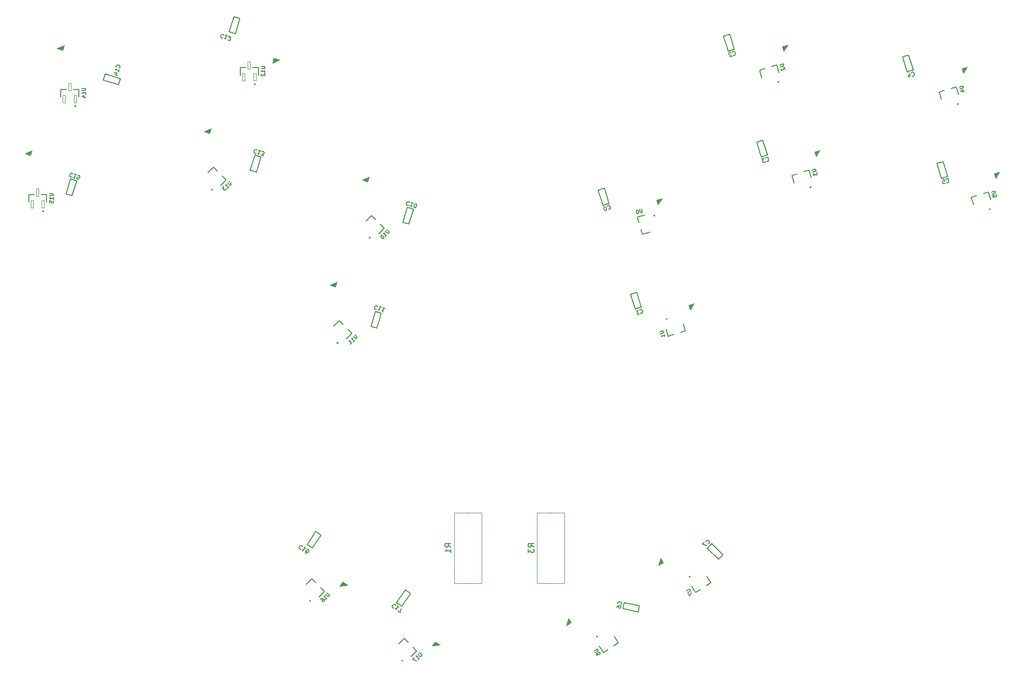
<source format=gbo>
G04 #@! TF.GenerationSoftware,KiCad,Pcbnew,(6.0.10)*
G04 #@! TF.CreationDate,2023-07-31T18:02:40+01:00*
G04 #@! TF.ProjectId,magnetonekeys,6d61676e-6574-46f6-9e65-6b6579732e6b,rev?*
G04 #@! TF.SameCoordinates,Original*
G04 #@! TF.FileFunction,Legend,Bot*
G04 #@! TF.FilePolarity,Positive*
%FSLAX46Y46*%
G04 Gerber Fmt 4.6, Leading zero omitted, Abs format (unit mm)*
G04 Created by KiCad (PCBNEW (6.0.10)) date 2023-07-31 18:02:40*
%MOMM*%
%LPD*%
G01*
G04 APERTURE LIST*
G04 Aperture macros list*
%AMRoundRect*
0 Rectangle with rounded corners*
0 $1 Rounding radius*
0 $2 $3 $4 $5 $6 $7 $8 $9 X,Y pos of 4 corners*
0 Add a 4 corners polygon primitive as box body*
4,1,4,$2,$3,$4,$5,$6,$7,$8,$9,$2,$3,0*
0 Add four circle primitives for the rounded corners*
1,1,$1+$1,$2,$3*
1,1,$1+$1,$4,$5*
1,1,$1+$1,$6,$7*
1,1,$1+$1,$8,$9*
0 Add four rect primitives between the rounded corners*
20,1,$1+$1,$2,$3,$4,$5,0*
20,1,$1+$1,$4,$5,$6,$7,0*
20,1,$1+$1,$6,$7,$8,$9,0*
20,1,$1+$1,$8,$9,$2,$3,0*%
%AMRotRect*
0 Rectangle, with rotation*
0 The origin of the aperture is its center*
0 $1 length*
0 $2 width*
0 $3 Rotation angle, in degrees counterclockwise*
0 Add horizontal line*
21,1,$1,$2,0,0,$3*%
G04 Aperture macros list end*
%ADD10C,0.150000*%
%ADD11C,0.120000*%
%ADD12C,0.200000*%
%ADD13C,0.127000*%
%ADD14C,1.750000*%
%ADD15RoundRect,0.225000X0.443559X0.556332X-0.688646X-0.178930X-0.443559X-0.556332X0.688646X0.178930X0*%
%ADD16R,1.700000X1.700000*%
%ADD17O,1.700000X1.700000*%
%ADD18C,2.200000*%
%ADD19RoundRect,0.225000X-0.579722X-0.412519X0.711289X-0.017818X0.579722X0.412519X-0.711289X0.017818X0*%
%ADD20C,0.500000*%
%ADD21RoundRect,0.225000X-0.688646X0.178930X0.443559X-0.556332X0.688646X-0.178930X-0.443559X0.556332X0*%
%ADD22RoundRect,0.225000X-0.711289X-0.017818X0.579722X-0.412519X0.711289X0.017818X-0.579722X0.412519X0*%
%ADD23RoundRect,0.225000X0.711289X0.017818X-0.579722X0.412519X-0.711289X-0.017818X0.579722X-0.412519X0*%
%ADD24RotRect,0.800000X0.750000X56.000000*%
%ADD25RotRect,0.800000X0.750000X253.000000*%
%ADD26RoundRect,0.039200X0.405935X-0.504145X0.054621X0.644951X-0.405935X0.504145X-0.054621X-0.644951X0*%
%ADD27RoundRect,0.039200X-0.405935X0.504145X-0.054621X-0.644951X0.405935X-0.504145X0.054621X0.644951X0*%
%ADD28RotRect,0.800000X0.750000X73.000000*%
%ADD29RotRect,0.800000X0.750000X343.000000*%
%ADD30RotRect,0.800000X0.750000X107.000000*%
%ADD31RotRect,0.800000X0.750000X316.000000*%
%ADD32RoundRect,0.039200X-0.254558X-0.595101X0.595101X0.254558X0.254558X0.595101X-0.595101X-0.254558X0*%
%ADD33RoundRect,0.039200X-0.529171X0.372724X0.125267X-0.635022X0.529171X-0.372724X-0.125267X0.635022X0*%
%ADD34C,2.400000*%
%ADD35O,2.400000X2.400000*%
%ADD36RoundRect,0.039200X0.240800X-0.600800X0.240800X0.600800X-0.240800X0.600800X-0.240800X-0.600800X0*%
%ADD37RoundRect,0.039200X0.504145X0.405935X-0.644951X0.054621X-0.504145X-0.405935X0.644951X-0.054621X0*%
%ADD38RotRect,0.800000X0.750000X348.000000*%
G04 APERTURE END LIST*
D10*
X117810106Y-126956728D02*
X117801111Y-126910454D01*
X117736847Y-126826900D01*
X117681578Y-126789621D01*
X117580034Y-126761336D01*
X117487486Y-126779325D01*
X117422571Y-126815955D01*
X117320378Y-126907853D01*
X117264459Y-126990757D01*
X117217534Y-127119935D01*
X117207889Y-127193844D01*
X117225879Y-127286393D01*
X117290143Y-127369947D01*
X117345412Y-127407226D01*
X117446955Y-127435511D01*
X117493230Y-127426516D01*
X118400077Y-127274254D02*
X118068462Y-127050577D01*
X118234270Y-127162416D02*
X117842835Y-127742742D01*
X117843485Y-127622559D01*
X117825495Y-127530010D01*
X117788866Y-127465096D01*
X118506065Y-128190096D02*
X118395526Y-128115537D01*
X118358897Y-128050623D01*
X118349902Y-128004349D01*
X118350552Y-127884166D01*
X118397477Y-127754988D01*
X118546595Y-127533911D01*
X118611509Y-127497281D01*
X118657783Y-127488287D01*
X118731692Y-127497932D01*
X118842230Y-127572491D01*
X118878860Y-127637405D01*
X118887855Y-127683679D01*
X118878210Y-127757588D01*
X118785011Y-127895761D01*
X118720097Y-127932390D01*
X118673822Y-127941385D01*
X118599914Y-127931740D01*
X118489375Y-127857181D01*
X118452746Y-127792267D01*
X118443751Y-127745993D01*
X118453396Y-127672084D01*
X78059171Y-62411686D02*
X78037040Y-62370063D01*
X77951155Y-62308949D01*
X77887402Y-62289458D01*
X77782026Y-62292098D01*
X77698780Y-62336360D01*
X77647412Y-62390368D01*
X77576552Y-62508129D01*
X77547315Y-62603760D01*
X77540209Y-62741013D01*
X77552595Y-62814512D01*
X77596857Y-62897757D01*
X77682742Y-62958871D01*
X77746495Y-62978363D01*
X77851871Y-62975723D01*
X77893494Y-62953592D01*
X78716199Y-62542847D02*
X78333677Y-62425898D01*
X78524938Y-62484373D02*
X78320278Y-63153786D01*
X78285762Y-63038664D01*
X78241499Y-62955419D01*
X78187491Y-62904051D01*
X79117199Y-63397429D02*
X78798430Y-63299972D01*
X78864011Y-62971458D01*
X78886142Y-63013080D01*
X78940150Y-63064449D01*
X79099534Y-63113177D01*
X79173033Y-63100792D01*
X79214656Y-63078661D01*
X79266024Y-63024653D01*
X79314753Y-62865269D01*
X79302367Y-62791769D01*
X79280236Y-62750147D01*
X79226228Y-62698778D01*
X79066844Y-62650050D01*
X78993345Y-62662435D01*
X78951722Y-62684566D01*
X231400640Y-47323684D02*
X231896097Y-47172208D01*
X231963297Y-47183532D01*
X232001352Y-47203766D01*
X232048317Y-47253145D01*
X232083958Y-47369723D01*
X232072635Y-47436922D01*
X232052401Y-47474977D01*
X232003022Y-47521942D01*
X231507565Y-47673419D01*
X231880874Y-48164792D02*
X232288897Y-48040047D01*
X231603166Y-48090352D02*
X231995782Y-47810974D01*
X232111617Y-48189853D01*
X179590271Y-89791199D02*
X180085728Y-89639723D01*
X180152928Y-89651047D01*
X180190983Y-89671281D01*
X180237948Y-89720660D01*
X180273589Y-89837238D01*
X180262266Y-89904437D01*
X180242032Y-89942492D01*
X180192653Y-89989457D01*
X179697196Y-90140934D01*
X180496349Y-90565851D02*
X180389424Y-90216117D01*
X180442887Y-90390984D02*
X179830852Y-90578102D01*
X179900464Y-90493081D01*
X179940933Y-90416972D01*
X179952256Y-90349772D01*
X104176130Y-38364982D02*
X104153999Y-38323359D01*
X104068114Y-38262245D01*
X104004361Y-38242754D01*
X103898985Y-38245394D01*
X103815739Y-38289656D01*
X103764371Y-38343664D01*
X103693511Y-38461425D01*
X103664274Y-38557056D01*
X103657168Y-38694309D01*
X103669554Y-38767808D01*
X103713816Y-38851053D01*
X103799701Y-38912167D01*
X103863454Y-38931659D01*
X103968830Y-38929019D01*
X104010453Y-38906888D01*
X104833158Y-38496143D02*
X104450636Y-38379194D01*
X104641897Y-38437669D02*
X104437237Y-39107082D01*
X104402721Y-38991960D01*
X104358458Y-38908715D01*
X104304450Y-38857347D01*
X104903004Y-39179768D02*
X104925135Y-39221391D01*
X104979143Y-39272759D01*
X105138527Y-39321488D01*
X105212027Y-39309102D01*
X105253649Y-39286971D01*
X105305017Y-39232963D01*
X105324509Y-39169210D01*
X105321869Y-39063834D01*
X105056296Y-38564363D01*
X105470695Y-38691057D01*
X200361111Y-43533135D02*
X200856568Y-43381659D01*
X200923768Y-43392983D01*
X200961823Y-43413217D01*
X201008788Y-43462596D01*
X201044429Y-43579174D01*
X201033106Y-43646373D01*
X201012872Y-43684428D01*
X200963493Y-43731393D01*
X200468036Y-43882870D01*
X200606518Y-44127350D02*
X200586284Y-44165405D01*
X200574960Y-44232604D01*
X200619512Y-44378327D01*
X200666478Y-44427705D01*
X200704533Y-44447939D01*
X200771732Y-44459263D01*
X200830021Y-44441443D01*
X200908544Y-44385567D01*
X201151354Y-43928908D01*
X201267189Y-44307787D01*
X205930792Y-61750741D02*
X206426249Y-61599265D01*
X206493449Y-61610589D01*
X206531504Y-61630823D01*
X206578469Y-61680202D01*
X206614110Y-61796780D01*
X206602787Y-61863979D01*
X206582553Y-61902034D01*
X206533174Y-61948999D01*
X206037717Y-62100476D01*
X206109000Y-62333632D02*
X206224835Y-62712511D01*
X206395618Y-62437216D01*
X206422350Y-62524650D01*
X206469315Y-62574028D01*
X206507370Y-62594262D01*
X206574569Y-62605586D01*
X206720292Y-62561034D01*
X206769670Y-62514069D01*
X206789905Y-62476014D01*
X206801228Y-62408815D01*
X206747766Y-62233948D01*
X206700801Y-62184569D01*
X206662746Y-62164335D01*
X86134018Y-44068380D02*
X86175641Y-44046249D01*
X86236755Y-43960364D01*
X86256246Y-43896611D01*
X86253606Y-43791235D01*
X86209344Y-43707989D01*
X86155336Y-43656621D01*
X86037575Y-43585761D01*
X85941944Y-43556524D01*
X85804691Y-43549418D01*
X85731192Y-43561804D01*
X85647947Y-43606066D01*
X85586833Y-43691951D01*
X85567341Y-43755704D01*
X85569981Y-43861080D01*
X85592112Y-43902703D01*
X86002857Y-44725408D02*
X86119806Y-44342886D01*
X86061331Y-44534147D02*
X85391918Y-44329487D01*
X85507040Y-44294971D01*
X85590285Y-44250708D01*
X85641653Y-44196700D01*
X85381159Y-45162751D02*
X85827434Y-45299191D01*
X85174873Y-44925401D02*
X85701754Y-44912203D01*
X85575059Y-45326602D01*
X170683850Y-68536672D02*
X170725473Y-68558803D01*
X170830849Y-68561442D01*
X170894603Y-68541951D01*
X170980487Y-68480837D01*
X171024750Y-68397592D01*
X171037135Y-68324092D01*
X171030029Y-68186839D01*
X171000792Y-68091209D01*
X170929932Y-67973447D01*
X170878564Y-67919439D01*
X170795319Y-67875177D01*
X170689943Y-67872538D01*
X170626189Y-67892029D01*
X170540304Y-67953143D01*
X170518173Y-67994766D01*
X170084283Y-68057706D02*
X170020529Y-68077198D01*
X169966521Y-68128566D01*
X169944390Y-68170189D01*
X169932005Y-68243688D01*
X169939111Y-68380941D01*
X169987839Y-68540325D01*
X170058699Y-68658087D01*
X170110067Y-68712095D01*
X170151690Y-68734226D01*
X170225189Y-68746611D01*
X170288943Y-68727120D01*
X170342951Y-68675751D01*
X170365082Y-68634129D01*
X170377467Y-68560630D01*
X170370361Y-68423376D01*
X170321633Y-68263992D01*
X170250773Y-68146231D01*
X170199405Y-68092223D01*
X170157782Y-68070092D01*
X170084283Y-68057706D01*
X187955354Y-126476127D02*
X188002487Y-126475304D01*
X188095931Y-126426526D01*
X188142242Y-126378570D01*
X188187729Y-126283480D01*
X188186084Y-126189214D01*
X188161283Y-126118925D01*
X188088527Y-126002326D01*
X188016593Y-125932860D01*
X187897525Y-125864217D01*
X187826414Y-125841885D01*
X187732148Y-125843530D01*
X187638704Y-125892309D01*
X187592393Y-125940265D01*
X187546905Y-126035354D01*
X187547728Y-126082487D01*
X187337685Y-126204023D02*
X187013511Y-126539715D01*
X187725447Y-126810174D01*
X223290673Y-45441381D02*
X223332296Y-45463512D01*
X223437672Y-45466151D01*
X223501426Y-45446660D01*
X223587310Y-45385546D01*
X223631573Y-45302301D01*
X223643958Y-45228801D01*
X223636852Y-45091548D01*
X223607615Y-44995918D01*
X223536755Y-44878156D01*
X223485387Y-44824148D01*
X223402142Y-44779886D01*
X223296766Y-44777247D01*
X223233012Y-44796738D01*
X223147127Y-44857852D01*
X223124996Y-44899475D01*
X222599942Y-45234282D02*
X222736382Y-45680557D01*
X222681360Y-44930539D02*
X222986930Y-45359962D01*
X222572531Y-45486657D01*
X136303617Y-67323931D02*
X136281486Y-67282308D01*
X136195601Y-67221194D01*
X136131848Y-67201703D01*
X136026472Y-67204343D01*
X135943226Y-67248605D01*
X135891858Y-67302613D01*
X135820998Y-67420374D01*
X135791761Y-67516005D01*
X135784655Y-67653258D01*
X135797041Y-67726757D01*
X135841303Y-67810002D01*
X135927188Y-67871116D01*
X135990941Y-67890608D01*
X136096317Y-67887968D01*
X136137940Y-67865837D01*
X136960645Y-67455092D02*
X136578123Y-67338143D01*
X136769384Y-67396618D02*
X136564724Y-68066031D01*
X136530208Y-67950909D01*
X136485945Y-67867664D01*
X136431937Y-67816296D01*
X137170384Y-68251200D02*
X137234137Y-68270691D01*
X137307637Y-68258306D01*
X137349259Y-68236175D01*
X137400628Y-68182167D01*
X137471487Y-68064405D01*
X137520216Y-67905021D01*
X137527322Y-67767768D01*
X137514937Y-67694269D01*
X137492806Y-67652646D01*
X137438798Y-67601278D01*
X137375044Y-67581786D01*
X137301545Y-67594172D01*
X137259922Y-67616303D01*
X137208554Y-67670311D01*
X137137694Y-67788072D01*
X137088965Y-67947456D01*
X137081859Y-68084709D01*
X137094245Y-68158209D01*
X137116376Y-68199831D01*
X137170384Y-68251200D01*
X132392631Y-72074103D02*
X132758980Y-72440452D01*
X132780530Y-72505102D01*
X132780530Y-72548202D01*
X132758980Y-72612851D01*
X132672780Y-72699051D01*
X132608131Y-72720601D01*
X132565031Y-72720601D01*
X132500381Y-72699051D01*
X132134032Y-72332703D01*
X132134032Y-73237799D02*
X132392631Y-72979200D01*
X132263332Y-73108500D02*
X131810783Y-72655951D01*
X131918533Y-72677501D01*
X132004733Y-72677501D01*
X132069383Y-72655951D01*
X131401335Y-73065400D02*
X131358235Y-73108500D01*
X131336685Y-73173149D01*
X131336685Y-73216249D01*
X131358235Y-73280899D01*
X131422885Y-73388649D01*
X131530635Y-73496398D01*
X131638384Y-73561048D01*
X131703034Y-73582598D01*
X131746134Y-73582598D01*
X131810783Y-73561048D01*
X131853883Y-73517948D01*
X131875433Y-73453298D01*
X131875433Y-73410199D01*
X131853883Y-73345549D01*
X131789234Y-73237799D01*
X131681484Y-73130050D01*
X131573734Y-73065400D01*
X131509085Y-73043850D01*
X131465985Y-73043850D01*
X131401335Y-73065400D01*
X168221799Y-145033783D02*
X168656310Y-144751608D01*
X168724028Y-144743970D01*
X168766186Y-144752931D01*
X168824942Y-144787452D01*
X168891336Y-144889690D01*
X168898974Y-144957407D01*
X168890013Y-144999565D01*
X168855493Y-145058322D01*
X168420981Y-145340497D01*
X168736353Y-145826127D02*
X168669959Y-145723889D01*
X168662322Y-145656171D01*
X168671283Y-145614013D01*
X168714764Y-145513099D01*
X168800403Y-145421145D01*
X169004879Y-145288357D01*
X169072597Y-145280719D01*
X169114755Y-145289680D01*
X169173511Y-145324201D01*
X169239905Y-145426439D01*
X169247543Y-145494156D01*
X169238582Y-145536314D01*
X169204062Y-145595071D01*
X169076264Y-145678063D01*
X169008547Y-145685701D01*
X168966389Y-145676740D01*
X168907632Y-145642220D01*
X168841238Y-145539982D01*
X168833600Y-145472264D01*
X168842561Y-145430106D01*
X168877082Y-145371350D01*
X143476130Y-127048344D02*
X142999940Y-126715011D01*
X143476130Y-126476915D02*
X142476130Y-126476915D01*
X142476130Y-126857868D01*
X142523750Y-126953106D01*
X142571369Y-127000725D01*
X142666607Y-127048344D01*
X142809464Y-127048344D01*
X142904702Y-127000725D01*
X142952321Y-126953106D01*
X142999940Y-126857868D01*
X142999940Y-126476915D01*
X143476130Y-128000725D02*
X143476130Y-127429296D01*
X143476130Y-127715011D02*
X142476130Y-127715011D01*
X142618988Y-127619772D01*
X142714226Y-127524534D01*
X142761845Y-127429296D01*
X198068248Y-60202290D02*
X198109871Y-60224421D01*
X198215247Y-60227060D01*
X198279001Y-60207569D01*
X198364885Y-60146455D01*
X198409148Y-60063210D01*
X198421533Y-59989710D01*
X198414427Y-59852457D01*
X198385190Y-59756827D01*
X198314330Y-59639065D01*
X198262962Y-59585057D01*
X198179717Y-59540795D01*
X198074341Y-59538156D01*
X198010587Y-59557647D01*
X197924702Y-59618761D01*
X197902571Y-59660384D01*
X197659942Y-59664850D02*
X197245543Y-59791544D01*
X197546647Y-59978339D01*
X197451016Y-60007576D01*
X197397008Y-60058944D01*
X197374877Y-60100567D01*
X197362492Y-60174066D01*
X197411220Y-60333450D01*
X197462589Y-60387458D01*
X197504211Y-60409590D01*
X197577711Y-60421975D01*
X197768972Y-60363501D01*
X197822979Y-60312132D01*
X197845111Y-60270510D01*
X176260946Y-86517978D02*
X176302569Y-86540109D01*
X176407945Y-86542748D01*
X176471699Y-86523257D01*
X176557583Y-86462143D01*
X176601846Y-86378898D01*
X176614231Y-86305398D01*
X176607125Y-86168145D01*
X176577888Y-86072515D01*
X176507028Y-85954753D01*
X176455660Y-85900745D01*
X176372415Y-85856483D01*
X176267039Y-85853844D01*
X176203285Y-85873335D01*
X176117400Y-85934449D01*
X176095269Y-85976072D01*
X175642901Y-86776646D02*
X176025423Y-86659697D01*
X175834162Y-86718171D02*
X175629502Y-86048758D01*
X175722493Y-86124897D01*
X175805738Y-86169159D01*
X175879237Y-86181545D01*
X130782992Y-85355181D02*
X130760861Y-85313558D01*
X130674976Y-85252444D01*
X130611223Y-85232953D01*
X130505847Y-85235593D01*
X130422601Y-85279855D01*
X130371233Y-85333863D01*
X130300373Y-85451624D01*
X130271136Y-85547255D01*
X130264030Y-85684508D01*
X130276416Y-85758007D01*
X130320678Y-85841252D01*
X130406563Y-85902366D01*
X130470316Y-85921858D01*
X130575692Y-85919218D01*
X130617315Y-85897087D01*
X131440020Y-85486342D02*
X131057498Y-85369393D01*
X131248759Y-85427868D02*
X131044099Y-86097281D01*
X131009583Y-85982159D01*
X130965320Y-85898914D01*
X130911312Y-85847546D01*
X132077557Y-85681256D02*
X131695035Y-85564308D01*
X131886296Y-85622782D02*
X131681636Y-86292195D01*
X131647119Y-86177073D01*
X131602857Y-86093828D01*
X131548849Y-86042460D01*
X109928676Y-58292414D02*
X109906545Y-58250791D01*
X109820660Y-58189677D01*
X109756907Y-58170186D01*
X109651531Y-58172826D01*
X109568285Y-58217088D01*
X109516917Y-58271096D01*
X109446057Y-58388857D01*
X109416820Y-58484488D01*
X109409714Y-58621741D01*
X109422100Y-58695240D01*
X109466362Y-58778485D01*
X109552247Y-58839599D01*
X109616000Y-58859091D01*
X109721376Y-58856451D01*
X109762999Y-58834320D01*
X110585704Y-58423575D02*
X110203182Y-58306626D01*
X110394443Y-58365101D02*
X110189783Y-59034514D01*
X110155267Y-58919392D01*
X110111004Y-58836147D01*
X110056996Y-58784779D01*
X110604182Y-59161208D02*
X111018581Y-59287903D01*
X110873409Y-58964668D01*
X110969039Y-58993905D01*
X111042538Y-58981520D01*
X111084161Y-58959389D01*
X111135529Y-58905381D01*
X111184258Y-58745997D01*
X111171872Y-58672497D01*
X111149741Y-58630875D01*
X111095733Y-58579506D01*
X110904472Y-58521032D01*
X110830973Y-58533417D01*
X110789351Y-58555549D01*
X79615616Y-47597312D02*
X80133712Y-47597312D01*
X80194664Y-47627788D01*
X80225140Y-47658264D01*
X80255616Y-47719216D01*
X80255616Y-47841121D01*
X80225140Y-47902073D01*
X80194664Y-47932550D01*
X80133712Y-47963026D01*
X79615616Y-47963026D01*
X80255616Y-48603026D02*
X80255616Y-48237312D01*
X80255616Y-48420169D02*
X79615616Y-48420169D01*
X79707045Y-48359216D01*
X79767997Y-48298264D01*
X79798473Y-48237312D01*
X79828950Y-49151597D02*
X80255616Y-49151597D01*
X79585140Y-48999216D02*
X80042283Y-48846835D01*
X80042283Y-49243026D01*
X176419895Y-68433647D02*
X176571371Y-68929104D01*
X176560047Y-68996304D01*
X176539813Y-69034359D01*
X176490434Y-69081324D01*
X176373856Y-69116965D01*
X176306657Y-69105642D01*
X176268602Y-69085408D01*
X176221637Y-69036029D01*
X176070160Y-68540572D01*
X175662137Y-68665317D02*
X175603848Y-68683138D01*
X175554469Y-68730103D01*
X175534235Y-68768158D01*
X175522911Y-68835358D01*
X175529408Y-68960846D01*
X175573960Y-69106569D01*
X175638746Y-69214236D01*
X175685711Y-69263615D01*
X175723766Y-69283849D01*
X175790966Y-69295173D01*
X175849255Y-69277352D01*
X175898633Y-69230387D01*
X175918868Y-69192332D01*
X175930191Y-69125133D01*
X175923694Y-68999644D01*
X175879143Y-68853922D01*
X175814357Y-68746254D01*
X175767391Y-68696875D01*
X175729336Y-68676641D01*
X175662137Y-68665317D01*
X236970321Y-65541290D02*
X237465778Y-65389814D01*
X237532978Y-65401138D01*
X237571033Y-65421372D01*
X237617998Y-65470751D01*
X237653639Y-65587329D01*
X237642316Y-65654528D01*
X237622082Y-65692583D01*
X237572703Y-65739548D01*
X237077246Y-65891025D01*
X237255453Y-66473915D02*
X237166350Y-66182470D01*
X237448885Y-66064222D01*
X237428650Y-66102277D01*
X237417327Y-66169476D01*
X237461879Y-66315199D01*
X237508844Y-66364577D01*
X237546899Y-66384811D01*
X237614098Y-66396135D01*
X237759821Y-66351583D01*
X237809199Y-66304618D01*
X237829434Y-66266563D01*
X237840757Y-66199364D01*
X237796206Y-66053641D01*
X237749240Y-66004262D01*
X237711185Y-65984028D01*
X126822952Y-90291709D02*
X127189301Y-90658058D01*
X127210851Y-90722708D01*
X127210851Y-90765808D01*
X127189301Y-90830457D01*
X127103101Y-90916657D01*
X127038452Y-90938207D01*
X126995352Y-90938207D01*
X126930702Y-90916657D01*
X126564353Y-90550309D01*
X126564353Y-91455405D02*
X126822952Y-91196806D01*
X126693653Y-91326106D02*
X126241104Y-90873557D01*
X126348854Y-90895107D01*
X126435054Y-90895107D01*
X126499704Y-90873557D01*
X126133355Y-91886404D02*
X126391954Y-91627805D01*
X126262654Y-91757104D02*
X125810106Y-91304556D01*
X125917856Y-91326106D01*
X126004055Y-91326106D01*
X126068705Y-91304556D01*
X138042690Y-145336651D02*
X138409039Y-145703000D01*
X138430589Y-145767650D01*
X138430589Y-145810750D01*
X138409039Y-145875399D01*
X138322839Y-145961599D01*
X138258190Y-145983149D01*
X138215090Y-145983149D01*
X138150440Y-145961599D01*
X137784091Y-145595251D01*
X137784091Y-146500347D02*
X138042690Y-146241748D01*
X137913391Y-146371048D02*
X137460842Y-145918499D01*
X137568592Y-145940049D01*
X137654792Y-145940049D01*
X137719442Y-145918499D01*
X137180694Y-146198648D02*
X136878995Y-146500347D01*
X137525492Y-146758946D01*
X172922004Y-136979761D02*
X172961539Y-136954087D01*
X173014935Y-136863202D01*
X173028796Y-136797992D01*
X173016982Y-136693247D01*
X172965633Y-136614177D01*
X172907354Y-136567711D01*
X172783864Y-136507385D01*
X172686050Y-136486593D01*
X172548700Y-136491477D01*
X172476559Y-136510221D01*
X172397489Y-136561570D01*
X172344093Y-136652454D01*
X172330232Y-136717664D01*
X172342046Y-136822409D01*
X172367720Y-136861945D01*
X172177763Y-137434972D02*
X172205485Y-137304553D01*
X172251951Y-137246273D01*
X172291486Y-137220599D01*
X172403161Y-137176180D01*
X172540511Y-137171297D01*
X172801351Y-137226740D01*
X172859630Y-137273205D01*
X172885305Y-137312741D01*
X172904049Y-137384881D01*
X172876327Y-137515301D01*
X172829862Y-137573580D01*
X172790326Y-137599255D01*
X172718186Y-137617999D01*
X172555162Y-137583347D01*
X172496882Y-137536881D01*
X172471208Y-137497346D01*
X172452463Y-137425206D01*
X172480185Y-137294786D01*
X172526651Y-137236507D01*
X172566186Y-137210832D01*
X172638326Y-137192088D01*
X157835130Y-127048344D02*
X157358940Y-126715011D01*
X157835130Y-126476915D02*
X156835130Y-126476915D01*
X156835130Y-126857868D01*
X156882750Y-126953106D01*
X156930369Y-127000725D01*
X157025607Y-127048344D01*
X157168464Y-127048344D01*
X157263702Y-127000725D01*
X157311321Y-126953106D01*
X157358940Y-126857868D01*
X157358940Y-126476915D01*
X156835130Y-127381677D02*
X156835130Y-128000725D01*
X157216083Y-127667391D01*
X157216083Y-127810249D01*
X157263702Y-127905487D01*
X157311321Y-127953106D01*
X157406559Y-128000725D01*
X157644654Y-128000725D01*
X157739892Y-127953106D01*
X157787511Y-127905487D01*
X157835130Y-127810249D01*
X157835130Y-127524534D01*
X157787511Y-127429296D01*
X157739892Y-127381677D01*
X229243803Y-63896084D02*
X229285426Y-63918215D01*
X229390802Y-63920854D01*
X229454556Y-63901363D01*
X229540440Y-63840249D01*
X229584703Y-63757004D01*
X229597088Y-63683504D01*
X229589982Y-63546251D01*
X229560745Y-63450621D01*
X229489885Y-63332859D01*
X229438517Y-63278851D01*
X229355272Y-63234589D01*
X229249896Y-63231950D01*
X229186142Y-63251441D01*
X229100257Y-63312555D01*
X229078126Y-63354178D01*
X228452975Y-63475593D02*
X228771743Y-63378135D01*
X228901077Y-63687158D01*
X228859455Y-63665027D01*
X228785955Y-63652642D01*
X228626571Y-63701370D01*
X228572563Y-63752738D01*
X228550432Y-63794361D01*
X228538047Y-63867860D01*
X228586775Y-64027244D01*
X228638144Y-64081252D01*
X228679766Y-64103384D01*
X228753266Y-64115769D01*
X228912650Y-64067040D01*
X228966658Y-64015672D01*
X228988789Y-63974049D01*
X192334397Y-41869503D02*
X192376020Y-41891634D01*
X192481396Y-41894273D01*
X192545150Y-41874782D01*
X192631034Y-41813668D01*
X192675297Y-41730423D01*
X192687682Y-41656923D01*
X192680576Y-41519670D01*
X192651339Y-41424040D01*
X192580479Y-41306278D01*
X192529111Y-41252270D01*
X192445866Y-41208008D01*
X192340490Y-41205369D01*
X192276736Y-41224860D01*
X192190851Y-41285974D01*
X192168720Y-41327597D01*
X191913705Y-41405562D02*
X191872083Y-41383431D01*
X191798583Y-41371046D01*
X191639199Y-41419775D01*
X191585191Y-41471143D01*
X191563060Y-41512765D01*
X191550675Y-41586265D01*
X191570166Y-41650018D01*
X191631280Y-41735903D01*
X192130751Y-42001476D01*
X191716352Y-42128171D01*
X74045935Y-65814918D02*
X74564031Y-65814918D01*
X74624983Y-65845394D01*
X74655459Y-65875870D01*
X74685935Y-65936822D01*
X74685935Y-66058727D01*
X74655459Y-66119679D01*
X74624983Y-66150156D01*
X74564031Y-66180632D01*
X74045935Y-66180632D01*
X74685935Y-66820632D02*
X74685935Y-66454918D01*
X74685935Y-66637775D02*
X74045935Y-66637775D01*
X74137364Y-66576822D01*
X74198316Y-66515870D01*
X74228792Y-66454918D01*
X74045935Y-67399679D02*
X74045935Y-67094918D01*
X74350697Y-67064441D01*
X74320221Y-67094918D01*
X74289745Y-67155870D01*
X74289745Y-67308251D01*
X74320221Y-67369203D01*
X74350697Y-67399679D01*
X74411650Y-67430156D01*
X74564031Y-67430156D01*
X74624983Y-67399679D01*
X74655459Y-67369203D01*
X74685935Y-67308251D01*
X74685935Y-67155870D01*
X74655459Y-67094918D01*
X74624983Y-67064441D01*
X105066223Y-63719581D02*
X105432572Y-64085930D01*
X105454122Y-64150580D01*
X105454122Y-64193680D01*
X105432572Y-64258329D01*
X105346372Y-64344529D01*
X105281723Y-64366079D01*
X105238623Y-64366079D01*
X105173973Y-64344529D01*
X104807624Y-63978181D01*
X104807624Y-64883277D02*
X105066223Y-64624678D01*
X104936924Y-64753978D02*
X104484375Y-64301429D01*
X104592125Y-64322979D01*
X104678325Y-64322979D01*
X104742975Y-64301429D01*
X104204227Y-64581578D02*
X103924078Y-64861727D01*
X104247326Y-64883277D01*
X104182677Y-64947927D01*
X104161127Y-65012577D01*
X104161127Y-65055677D01*
X104182677Y-65120326D01*
X104290426Y-65228076D01*
X104355076Y-65249626D01*
X104398176Y-65249626D01*
X104462826Y-65228076D01*
X104592125Y-65098776D01*
X104613675Y-65034127D01*
X104613675Y-64991027D01*
X133923753Y-137127393D02*
X133914758Y-137081119D01*
X133850494Y-136997565D01*
X133795225Y-136960286D01*
X133693681Y-136932001D01*
X133601133Y-136949990D01*
X133536218Y-136986620D01*
X133434025Y-137078518D01*
X133378106Y-137161422D01*
X133331181Y-137290600D01*
X133321536Y-137364509D01*
X133339526Y-137457058D01*
X133403790Y-137540612D01*
X133459059Y-137577891D01*
X133560602Y-137606176D01*
X133606877Y-137597181D01*
X134513724Y-137444919D02*
X134182109Y-137221242D01*
X134347917Y-137333081D02*
X133956482Y-137913407D01*
X133957132Y-137793224D01*
X133939142Y-137700675D01*
X133902513Y-137635761D01*
X134315731Y-138155724D02*
X134702615Y-138416681D01*
X134845339Y-137668597D01*
X184198474Y-134658411D02*
X184632985Y-134376236D01*
X184700703Y-134368598D01*
X184742861Y-134377559D01*
X184801617Y-134412080D01*
X184868011Y-134514318D01*
X184875649Y-134582035D01*
X184866688Y-134624193D01*
X184832168Y-134682950D01*
X184397656Y-134965125D01*
X184530445Y-135169600D02*
X184762824Y-135527433D01*
X185150186Y-134948829D01*
X122066016Y-134961277D02*
X122432365Y-135327626D01*
X122453915Y-135392276D01*
X122453915Y-135435376D01*
X122432365Y-135500025D01*
X122346165Y-135586225D01*
X122281516Y-135607775D01*
X122238416Y-135607775D01*
X122173766Y-135586225D01*
X121807417Y-135219877D01*
X121807417Y-136124973D02*
X122066016Y-135866374D01*
X121936717Y-135995674D02*
X121484168Y-135543125D01*
X121591918Y-135564675D01*
X121678118Y-135564675D01*
X121742768Y-135543125D01*
X120966970Y-136060323D02*
X121053170Y-135974124D01*
X121117820Y-135952574D01*
X121160920Y-135952574D01*
X121268669Y-135974124D01*
X121376419Y-136038774D01*
X121548818Y-136211173D01*
X121570368Y-136275823D01*
X121570368Y-136318922D01*
X121548818Y-136383572D01*
X121462619Y-136469772D01*
X121397969Y-136491322D01*
X121354869Y-136491322D01*
X121290219Y-136469772D01*
X121182470Y-136362022D01*
X121160920Y-136297373D01*
X121160920Y-136254273D01*
X121182470Y-136189623D01*
X121268669Y-136103423D01*
X121333319Y-136081873D01*
X121376419Y-136081873D01*
X121441069Y-136103423D01*
X110655145Y-43806763D02*
X111173241Y-43806763D01*
X111234193Y-43837239D01*
X111264669Y-43867715D01*
X111295145Y-43928667D01*
X111295145Y-44050572D01*
X111264669Y-44111524D01*
X111234193Y-44142001D01*
X111173241Y-44172477D01*
X110655145Y-44172477D01*
X111295145Y-44812477D02*
X111295145Y-44446763D01*
X111295145Y-44629620D02*
X110655145Y-44629620D01*
X110746574Y-44568667D01*
X110807526Y-44507715D01*
X110838002Y-44446763D01*
X110716098Y-45056286D02*
X110685622Y-45086763D01*
X110655145Y-45147715D01*
X110655145Y-45300096D01*
X110685622Y-45361048D01*
X110716098Y-45391524D01*
X110777050Y-45422001D01*
X110838002Y-45422001D01*
X110929431Y-45391524D01*
X111295145Y-45025810D01*
X111295145Y-45422001D01*
G36*
X164254265Y-140105141D02*
G01*
X163415594Y-140649780D01*
X163791321Y-139392271D01*
X164254265Y-140105141D01*
G37*
D11*
X164254265Y-140105141D02*
X163415594Y-140649780D01*
X163791321Y-139392271D01*
X164254265Y-140105141D01*
G36*
X184862861Y-85978674D02*
G01*
X184614345Y-85165815D01*
X185570649Y-84873443D01*
X184862861Y-85978674D01*
G37*
X184862861Y-85978674D02*
X184614345Y-85165815D01*
X185570649Y-84873443D01*
X184862861Y-85978674D01*
G36*
X180230940Y-129729769D02*
G01*
X179392269Y-130274408D01*
X179767996Y-129016899D01*
X180230940Y-129729769D01*
G37*
X180230940Y-129729769D02*
X179392269Y-130274408D01*
X179767996Y-129016899D01*
X180230940Y-129729769D01*
G36*
X125576704Y-133626991D02*
G01*
X124275090Y-133795222D01*
X124738033Y-133082352D01*
X125576704Y-133626991D01*
G37*
X125576704Y-133626991D02*
X124275090Y-133795222D01*
X124738033Y-133082352D01*
X125576704Y-133626991D01*
G36*
X113803950Y-42656580D02*
G01*
X112599130Y-43177068D01*
X112847646Y-42364209D01*
X113803950Y-42656580D01*
G37*
X113803950Y-42656580D02*
X112599130Y-43177068D01*
X112847646Y-42364209D01*
X113803950Y-42656580D01*
G36*
X76281766Y-40972572D02*
G01*
X75325461Y-40680200D01*
X76530282Y-40159713D01*
X76281766Y-40972572D01*
G37*
X76281766Y-40972572D02*
X75325461Y-40680200D01*
X76530282Y-40159713D01*
X76281766Y-40972572D01*
G36*
X129078022Y-63754151D02*
G01*
X128121717Y-63461779D01*
X129326538Y-62941292D01*
X129078022Y-63754151D01*
G37*
X129078022Y-63754151D02*
X128121717Y-63461779D01*
X129326538Y-62941292D01*
X129078022Y-63754151D01*
G36*
X141553378Y-144002365D02*
G01*
X140251764Y-144170596D01*
X140714707Y-143457726D01*
X141553378Y-144002365D01*
G37*
X141553378Y-144002365D02*
X140251764Y-144170596D01*
X140714707Y-143457726D01*
X141553378Y-144002365D01*
G36*
X101751614Y-55399629D02*
G01*
X100795309Y-55107257D01*
X102000130Y-54586770D01*
X101751614Y-55399629D01*
G37*
X101751614Y-55399629D02*
X100795309Y-55107257D01*
X102000130Y-54586770D01*
X101751614Y-55399629D01*
G36*
X179293182Y-67761068D02*
G01*
X179044666Y-66948209D01*
X180000970Y-66655837D01*
X179293182Y-67761068D01*
G37*
X179293182Y-67761068D02*
X179044666Y-66948209D01*
X180000970Y-66655837D01*
X179293182Y-67761068D01*
G36*
X123508343Y-81971757D02*
G01*
X122552038Y-81679385D01*
X123756859Y-81158898D01*
X123508343Y-81971757D01*
G37*
X123508343Y-81971757D02*
X122552038Y-81679385D01*
X123756859Y-81158898D01*
X123508343Y-81971757D01*
G36*
X201049909Y-41188940D02*
G01*
X200801393Y-40376081D01*
X201757697Y-40083709D01*
X201049909Y-41188940D01*
G37*
X201049909Y-41188940D02*
X200801393Y-40376081D01*
X201757697Y-40083709D01*
X201049909Y-41188940D01*
G36*
X232089438Y-44979489D02*
G01*
X231840922Y-44166630D01*
X232797226Y-43874258D01*
X232089438Y-44979489D01*
G37*
X232089438Y-44979489D02*
X231840922Y-44166630D01*
X232797226Y-43874258D01*
X232089438Y-44979489D01*
G36*
X237659119Y-63197095D02*
G01*
X237410603Y-62384236D01*
X238366907Y-62091864D01*
X237659119Y-63197095D01*
G37*
X237659119Y-63197095D02*
X237410603Y-62384236D01*
X238366907Y-62091864D01*
X237659119Y-63197095D01*
G36*
X206619590Y-59406546D02*
G01*
X206371074Y-58593687D01*
X207327378Y-58301315D01*
X206619590Y-59406546D01*
G37*
X206619590Y-59406546D02*
X206371074Y-58593687D01*
X207327378Y-58301315D01*
X206619590Y-59406546D01*
G36*
X70712085Y-59190178D02*
G01*
X69755780Y-58897806D01*
X70960601Y-58377319D01*
X70712085Y-59190178D01*
G37*
X70712085Y-59190178D02*
X69755780Y-58897806D01*
X70960601Y-58377319D01*
X70712085Y-59190178D01*
D12*
X120124190Y-124359493D02*
X118614369Y-126597895D01*
X121036131Y-124974605D02*
X120124190Y-124359493D01*
X118614369Y-126597895D02*
X119526310Y-127213007D01*
X119526310Y-127213007D02*
X121036131Y-124974605D01*
X77685788Y-63290939D02*
X76896385Y-65872962D01*
X76896385Y-65872962D02*
X77948320Y-66194571D01*
X77948320Y-66194571D02*
X78737723Y-63612548D01*
X78737723Y-63612548D02*
X77685788Y-63290939D01*
D13*
X230876511Y-47339746D02*
X229968021Y-47617500D01*
X227911966Y-48246099D02*
X228820456Y-47968346D01*
X228296435Y-49503640D02*
X227911966Y-48246099D01*
X231260980Y-48597287D02*
X230876511Y-47339746D01*
D12*
X231252799Y-50295626D02*
G75*
G03*
X231252799Y-50295626I-100000J0D01*
G01*
D13*
X184034403Y-89596472D02*
X183125913Y-89874225D01*
X180685389Y-89245284D02*
X181069858Y-90502825D01*
X181069858Y-90502825D02*
X181978348Y-90225071D01*
X183649934Y-88338931D02*
X184034403Y-89596472D01*
D12*
X180893570Y-87546945D02*
G75*
G03*
X180893570Y-87546945I-100000J0D01*
G01*
X106194977Y-38101989D02*
X106984380Y-35519966D01*
X106984380Y-35519966D02*
X105932445Y-35198357D01*
X105143042Y-37780380D02*
X106194977Y-38101989D01*
X105932445Y-35198357D02*
X105143042Y-37780380D01*
D13*
X200221451Y-44806738D02*
X199836982Y-43549197D01*
X197256906Y-45713091D02*
X196872437Y-44455550D01*
X196872437Y-44455550D02*
X197780927Y-44177797D01*
X199836982Y-43549197D02*
X198928492Y-43826951D01*
D12*
X200213270Y-46505077D02*
G75*
G03*
X200213270Y-46505077I-100000J0D01*
G01*
D13*
X205791132Y-63024344D02*
X205406663Y-61766803D01*
X205406663Y-61766803D02*
X204498173Y-62044557D01*
X202826587Y-63930697D02*
X202442118Y-62673156D01*
X202442118Y-62673156D02*
X203350608Y-62395403D01*
D12*
X205782951Y-64722683D02*
G75*
G03*
X205782951Y-64722683I-100000J0D01*
G01*
X83691918Y-45093706D02*
X83370309Y-46145641D01*
X86273941Y-45883109D02*
X83691918Y-45093706D01*
X85952332Y-46935044D02*
X86273941Y-45883109D01*
X83370309Y-46145641D02*
X85952332Y-46935044D01*
X170820496Y-67501488D02*
X170031093Y-64919465D01*
X170031093Y-64919465D02*
X168979158Y-65241074D01*
X169768561Y-67823097D02*
X170820496Y-67501488D01*
X168979158Y-65241074D02*
X169768561Y-67823097D01*
X189758169Y-129143862D02*
X190522293Y-128352588D01*
X190522293Y-128352588D02*
X188580075Y-126477010D01*
X188580075Y-126477010D02*
X187815951Y-127268284D01*
X187815951Y-127268284D02*
X189758169Y-129143862D01*
X223427319Y-44406197D02*
X222637916Y-41824174D01*
X221585981Y-42145783D02*
X222375384Y-44727806D01*
X222637916Y-41824174D02*
X221585981Y-42145783D01*
X222375384Y-44727806D02*
X223427319Y-44406197D01*
X135930234Y-68203184D02*
X135140831Y-70785207D01*
X135140831Y-70785207D02*
X136192766Y-71106816D01*
X136192766Y-71106816D02*
X136982169Y-68524793D01*
X136982169Y-68524793D02*
X135930234Y-68203184D01*
D13*
X130987042Y-72764210D02*
X131916887Y-71834365D01*
X128795011Y-70572179D02*
X129724856Y-69642334D01*
X131916887Y-71834365D02*
X131245136Y-71162613D01*
X129724856Y-69642334D02*
X130396608Y-70314085D01*
D12*
X129536710Y-73466014D02*
G75*
G03*
X129536710Y-73466014I-100000J0D01*
G01*
D13*
X169124018Y-144207160D02*
X169840219Y-145310011D01*
X172440098Y-143621630D02*
X171643361Y-144139037D01*
X171723897Y-142518779D02*
X172440098Y-143621630D01*
X169840219Y-145310011D02*
X170636956Y-144792604D01*
D12*
X168859883Y-142544793D02*
G75*
G03*
X168859883Y-142544793I-100000J0D01*
G01*
D11*
X144023750Y-133285011D02*
X144023750Y-121145011D01*
X146393750Y-133395011D02*
X146393750Y-133285011D01*
X148763750Y-121145011D02*
X148763750Y-133285011D01*
X148763750Y-133285011D02*
X144023750Y-133285011D01*
X144023750Y-121145011D02*
X148763750Y-121145011D01*
X146393750Y-121035011D02*
X146393750Y-121145011D01*
D12*
X197152959Y-59488715D02*
X198204894Y-59167106D01*
X196363556Y-56906692D02*
X197152959Y-59488715D01*
X197415491Y-56585083D02*
X196363556Y-56906692D01*
X198204894Y-59167106D02*
X197415491Y-56585083D01*
X176397592Y-85482794D02*
X175608189Y-82900771D01*
X174556254Y-83222380D02*
X175345657Y-85804403D01*
X175608189Y-82900771D02*
X174556254Y-83222380D01*
X175345657Y-85804403D02*
X176397592Y-85482794D01*
X129620206Y-88816457D02*
X130672141Y-89138066D01*
X130409609Y-86234434D02*
X129620206Y-88816457D01*
X131461544Y-86556043D02*
X130409609Y-86234434D01*
X130672141Y-89138066D02*
X131461544Y-86556043D01*
X108765890Y-61753690D02*
X109817825Y-62075299D01*
X109555293Y-59171667D02*
X108765890Y-61753690D01*
X109817825Y-62075299D02*
X110607228Y-59493276D01*
X110607228Y-59493276D02*
X109555293Y-59171667D01*
D13*
X76009693Y-47764193D02*
X76959693Y-47764193D01*
X79109693Y-49079193D02*
X79109693Y-47764193D01*
X76009693Y-49079193D02*
X76009693Y-47764193D01*
X79109693Y-47764193D02*
X78159693Y-47764193D01*
D12*
X78609693Y-50671693D02*
G75*
G03*
X78609693Y-50671693I-100000J0D01*
G01*
D13*
X175708270Y-69913234D02*
X175986024Y-70821724D01*
X176965811Y-69528765D02*
X175708270Y-69913234D01*
X177872164Y-72493310D02*
X176614623Y-72877779D01*
X176614623Y-72877779D02*
X176336870Y-71969289D01*
D12*
X178764150Y-69636946D02*
G75*
G03*
X178764150Y-69636946I-100000J0D01*
G01*
D13*
X236830661Y-66814893D02*
X236446192Y-65557352D01*
X233866116Y-67721246D02*
X233481647Y-66463705D01*
X233481647Y-66463705D02*
X234390137Y-66185952D01*
X236446192Y-65557352D02*
X235537702Y-65835106D01*
D12*
X236822480Y-68513232D02*
G75*
G03*
X236822480Y-68513232I-100000J0D01*
G01*
D13*
X126347208Y-90051971D02*
X125675457Y-89380219D01*
X125417363Y-90981816D02*
X126347208Y-90051971D01*
X123225332Y-88789785D02*
X124155177Y-87859940D01*
X124155177Y-87859940D02*
X124826929Y-88531691D01*
D12*
X123967031Y-91683620D02*
G75*
G03*
X123967031Y-91683620I-100000J0D01*
G01*
D13*
X136637101Y-146026758D02*
X137566946Y-145096913D01*
X137566946Y-145096913D02*
X136895195Y-144425161D01*
X134445070Y-143834727D02*
X135374915Y-142904882D01*
X135374915Y-142904882D02*
X136046667Y-143576633D01*
D12*
X135186769Y-146728562D02*
G75*
G03*
X135186769Y-146728562I-100000J0D01*
G01*
X173452265Y-136649459D02*
X173223562Y-137725421D01*
X175864561Y-138286783D02*
X176093264Y-137210821D01*
X173223562Y-137725421D02*
X175864561Y-138286783D01*
X176093264Y-137210821D02*
X173452265Y-136649459D01*
D11*
X158382750Y-121145011D02*
X163122750Y-121145011D01*
X160752750Y-133395011D02*
X160752750Y-133285011D01*
X160752750Y-121035011D02*
X160752750Y-121145011D01*
X158382750Y-133285011D02*
X158382750Y-121145011D01*
X163122750Y-121145011D02*
X163122750Y-133285011D01*
X163122750Y-133285011D02*
X158382750Y-133285011D01*
D12*
X228328514Y-63182509D02*
X229380449Y-62860900D01*
X229380449Y-62860900D02*
X228591046Y-60278877D01*
X228591046Y-60278877D02*
X227539111Y-60600486D01*
X227539111Y-60600486D02*
X228328514Y-63182509D01*
X191419108Y-41155928D02*
X192471043Y-40834319D01*
X190629705Y-38573905D02*
X191419108Y-41155928D01*
X191681640Y-38252296D02*
X190629705Y-38573905D01*
X192471043Y-40834319D02*
X191681640Y-38252296D01*
D13*
X70440012Y-65981799D02*
X71390012Y-65981799D01*
X73540012Y-65981799D02*
X72590012Y-65981799D01*
X70440012Y-67296799D02*
X70440012Y-65981799D01*
X73540012Y-67296799D02*
X73540012Y-65981799D01*
D12*
X73040012Y-68889299D02*
G75*
G03*
X73040012Y-68889299I-100000J0D01*
G01*
D13*
X102398448Y-61287812D02*
X103070200Y-61959563D01*
X104590479Y-63479843D02*
X103918728Y-62808091D01*
X101468603Y-62217657D02*
X102398448Y-61287812D01*
X103660634Y-64409688D02*
X104590479Y-63479843D01*
D12*
X102210302Y-65111492D02*
G75*
G03*
X102210302Y-65111492I-100000J0D01*
G01*
X136514248Y-135075118D02*
X135602307Y-134460006D01*
X134092486Y-136698408D02*
X135004427Y-137313520D01*
X135602307Y-134460006D02*
X134092486Y-136698408D01*
X135004427Y-137313520D02*
X136514248Y-135075118D01*
D13*
X185100693Y-133831788D02*
X185816894Y-134934639D01*
X188416773Y-133246258D02*
X187620036Y-133763665D01*
X187700572Y-132143407D02*
X188416773Y-133246258D01*
X185816894Y-134934639D02*
X186613631Y-134417232D01*
D12*
X184836558Y-132169421D02*
G75*
G03*
X184836558Y-132169421I-100000J0D01*
G01*
D13*
X121590272Y-134721539D02*
X120918521Y-134049787D01*
X119398241Y-132529508D02*
X120069993Y-133201259D01*
X118468396Y-133459353D02*
X119398241Y-132529508D01*
X120660427Y-135651384D02*
X121590272Y-134721539D01*
D12*
X119210095Y-136353188D02*
G75*
G03*
X119210095Y-136353188I-100000J0D01*
G01*
D13*
X107049222Y-43973644D02*
X107999222Y-43973644D01*
X107049222Y-45288644D02*
X107049222Y-43973644D01*
X110149222Y-45288644D02*
X110149222Y-43973644D01*
X110149222Y-43973644D02*
X109199222Y-43973644D01*
D12*
X109649222Y-46881144D02*
G75*
G03*
X109649222Y-46881144I-100000J0D01*
G01*
%LPC*%
D14*
X166521612Y-146681161D03*
X175042504Y-141147629D03*
D15*
X170897849Y-138676266D03*
X170080891Y-137418260D03*
X165132734Y-140631631D03*
X165949693Y-141889637D03*
D16*
X144170816Y-103174481D03*
D17*
X144170816Y-105714481D03*
X144170816Y-108254481D03*
X144170816Y-110794481D03*
D16*
X209493750Y-88966875D03*
D17*
X209493750Y-91506875D03*
X209493750Y-94046875D03*
X209493750Y-96586875D03*
X209493750Y-99126875D03*
X209493750Y-101666875D03*
X209493750Y-104206875D03*
X209493750Y-106746875D03*
X209493750Y-109286875D03*
D18*
X59393750Y-76786875D03*
D14*
X187217924Y-87935630D03*
X177501868Y-90906126D03*
D19*
X177834270Y-84708118D03*
X178272827Y-86142575D03*
X183915026Y-84417582D03*
X183476468Y-82983125D03*
D18*
X111393750Y-110786875D03*
D16*
X162975350Y-103174481D03*
D17*
X162975350Y-105714481D03*
X162975350Y-108254481D03*
X162975350Y-110794481D03*
D20*
X153393750Y-148286875D03*
X153393750Y-145496875D03*
X153393750Y-151076875D03*
D18*
X201393750Y-153786875D03*
D14*
X182498287Y-136305789D03*
X191019179Y-130772257D03*
D15*
X186874524Y-128300894D03*
X186057566Y-127042888D03*
X181109409Y-130256259D03*
X181926368Y-131514265D03*
D18*
X59393750Y-107786875D03*
X157393750Y-75786875D03*
X148393752Y-153786878D03*
D14*
X124289780Y-136857212D03*
X115768888Y-131323680D03*
D21*
X120730501Y-127594311D03*
X119913543Y-128852317D03*
X124861699Y-132065688D03*
X125678658Y-130807682D03*
D16*
X97653750Y-88956875D03*
D17*
X97653750Y-91496875D03*
X97653750Y-94036875D03*
X97653750Y-96576875D03*
X97653750Y-99116875D03*
X97653750Y-101656875D03*
X97653750Y-104196875D03*
X97653750Y-106736875D03*
X97653750Y-109276875D03*
D16*
X139408312Y-97786875D03*
D18*
X177393752Y-33036876D03*
D16*
X164872750Y-97786875D03*
D18*
X195393750Y-110786875D03*
X149393750Y-75786875D03*
D20*
X153393750Y-103286875D03*
X153393750Y-106076875D03*
X153393750Y-100496875D03*
D14*
X103741194Y-43145896D03*
X113457250Y-46116392D03*
D22*
X107482650Y-38193391D03*
X107044092Y-39627848D03*
X112686291Y-41352841D03*
X113124848Y-39918384D03*
D14*
X72701665Y-46936445D03*
X82417721Y-49906941D03*
D23*
X81646762Y-45143390D03*
X82085319Y-43708933D03*
X76443121Y-41983940D03*
X76004563Y-43418397D03*
D18*
X247393750Y-107786875D03*
D14*
X125497921Y-69718024D03*
X135213977Y-72688520D03*
D23*
X134443018Y-67924969D03*
X134881575Y-66490512D03*
X129239377Y-64765519D03*
X128800819Y-66199976D03*
D18*
X129393750Y-32786875D03*
D14*
X131745562Y-141699054D03*
X140266454Y-147232586D03*
D21*
X136707175Y-137969685D03*
X135890217Y-139227691D03*
X140838373Y-142441062D03*
X141655332Y-141183056D03*
D14*
X98171513Y-61363502D03*
X107887569Y-64333998D03*
D23*
X107116610Y-59570447D03*
X107555167Y-58135990D03*
X101912969Y-56410997D03*
X101474411Y-57845454D03*
D18*
X158393747Y-153786878D03*
D14*
X181648245Y-69718024D03*
X171932189Y-72688520D03*
D19*
X172264591Y-66490512D03*
X172703148Y-67924969D03*
X178345347Y-66199976D03*
X177906789Y-64765519D03*
D18*
X247561645Y-33615300D03*
D14*
X119928242Y-87935630D03*
X129644298Y-90906126D03*
D23*
X128873339Y-86142575D03*
X129311896Y-84708118D03*
X123669698Y-82983125D03*
X123231140Y-84417582D03*
D18*
X105393750Y-153786875D03*
X59393755Y-33786875D03*
D14*
X203404972Y-43145896D03*
X193688916Y-46116392D03*
D19*
X194021318Y-39918384D03*
X194459875Y-41352841D03*
X200102074Y-39627848D03*
X199663516Y-38193391D03*
D14*
X234444501Y-46936445D03*
X224728445Y-49906941D03*
D19*
X225060847Y-43708933D03*
X225499404Y-45143390D03*
X231141603Y-43418397D03*
X230703045Y-41983940D03*
D14*
X230298126Y-68124547D03*
X240014182Y-65154051D03*
D19*
X230630528Y-61926539D03*
X231069085Y-63360996D03*
X236711284Y-61636003D03*
X236272726Y-60201546D03*
D14*
X199258597Y-64333998D03*
X208974653Y-61363502D03*
D19*
X199590999Y-58135990D03*
X200029556Y-59570447D03*
X205671755Y-57845454D03*
X205233197Y-56410997D03*
D18*
X247393750Y-76786875D03*
D14*
X76848040Y-68124547D03*
X67131984Y-65154051D03*
D23*
X76077081Y-63360996D03*
X76515638Y-61926539D03*
X70873440Y-60201546D03*
X70434882Y-61636003D03*
D24*
X119405855Y-126408028D03*
X120244645Y-125164472D03*
D25*
X78036333Y-64025526D03*
X77597775Y-65459984D03*
D26*
X230794644Y-49124152D03*
X228977664Y-49679658D03*
X229286792Y-47441481D03*
D27*
X181151725Y-88718419D03*
X182968705Y-88162913D03*
X182659577Y-90401090D03*
D28*
X105844432Y-37367402D03*
X106282990Y-35932944D03*
D26*
X199755115Y-45333603D03*
X197938135Y-45889109D03*
X198247263Y-43650932D03*
X205324796Y-63551209D03*
X203507816Y-64106715D03*
X203816944Y-61868538D03*
D29*
X84104896Y-45795096D03*
X85539354Y-46233654D03*
D30*
X170119106Y-67088510D03*
X169680548Y-65654052D03*
D31*
X188629617Y-127289442D03*
X189708627Y-128331430D03*
D30*
X222725929Y-43993219D03*
X222287371Y-42558761D03*
D25*
X136280779Y-68937771D03*
X135842221Y-70372229D03*
D32*
X130302916Y-72599808D03*
X128959413Y-71256305D03*
X131080733Y-70478488D03*
D33*
X169427066Y-143572165D03*
X171020540Y-142537351D03*
X171340313Y-144774032D03*
D34*
X146393750Y-119595011D03*
D35*
X146393750Y-134835011D03*
D30*
X197503504Y-58754128D03*
X197064946Y-57319670D03*
X175696202Y-85069816D03*
X175257644Y-83635358D03*
D25*
X130760154Y-86969021D03*
X130321596Y-88403479D03*
X109905838Y-59906254D03*
X109467280Y-61340712D03*
D36*
X78509693Y-49446693D03*
X76609693Y-49446693D03*
X77559693Y-47396693D03*
D37*
X177492676Y-69995101D03*
X178048182Y-71812081D03*
X175810005Y-71502953D03*
D26*
X236364325Y-67341758D03*
X234547345Y-67897264D03*
X234856473Y-65659087D03*
D32*
X124733237Y-90817414D03*
X123389734Y-89473911D03*
X125511054Y-88696094D03*
X135952975Y-145862356D03*
X134609472Y-144518853D03*
X136730792Y-143741036D03*
D38*
X173924802Y-137312187D03*
X175392024Y-137624055D03*
D34*
X160752750Y-119595011D03*
D35*
X160752750Y-134835011D03*
D30*
X228679059Y-62447922D03*
X228240501Y-61013464D03*
X191769653Y-40421341D03*
X191331095Y-38986883D03*
D36*
X72940012Y-67664299D03*
X71040012Y-67664299D03*
X71990012Y-65614299D03*
D32*
X102976508Y-64245286D03*
X101633005Y-62901783D03*
X103754325Y-62123966D03*
D24*
X134883972Y-136508541D03*
X135722762Y-135264985D03*
D33*
X185403741Y-133196793D03*
X186997215Y-132161979D03*
X187316988Y-134398660D03*
D32*
X119976301Y-135486982D03*
X118632798Y-134143479D03*
X120754118Y-133365662D03*
D36*
X109549222Y-45656144D03*
X107649222Y-45656144D03*
X108599222Y-43606144D03*
M02*

</source>
